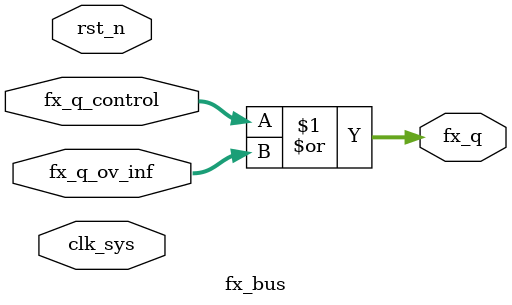
<source format=v>

module fx_bus(
//for more device
fx_q_control,
fx_q_ov_inf,
//for master
fx_q,
//clk rsr
clk_sys,
rst_n
);
//for more device
input [7:0]	fx_q_control;
input [7:0]	fx_q_ov_inf;
//for master
output [7:0]	fx_q;
//clk rsr
input clk_sys;
input rst_n;
//------------------------------------------
//------------------------------------------

wire [7:0] fx_q;
assign fx_q = fx_q_control | fx_q_ov_inf;


endmodule




</source>
